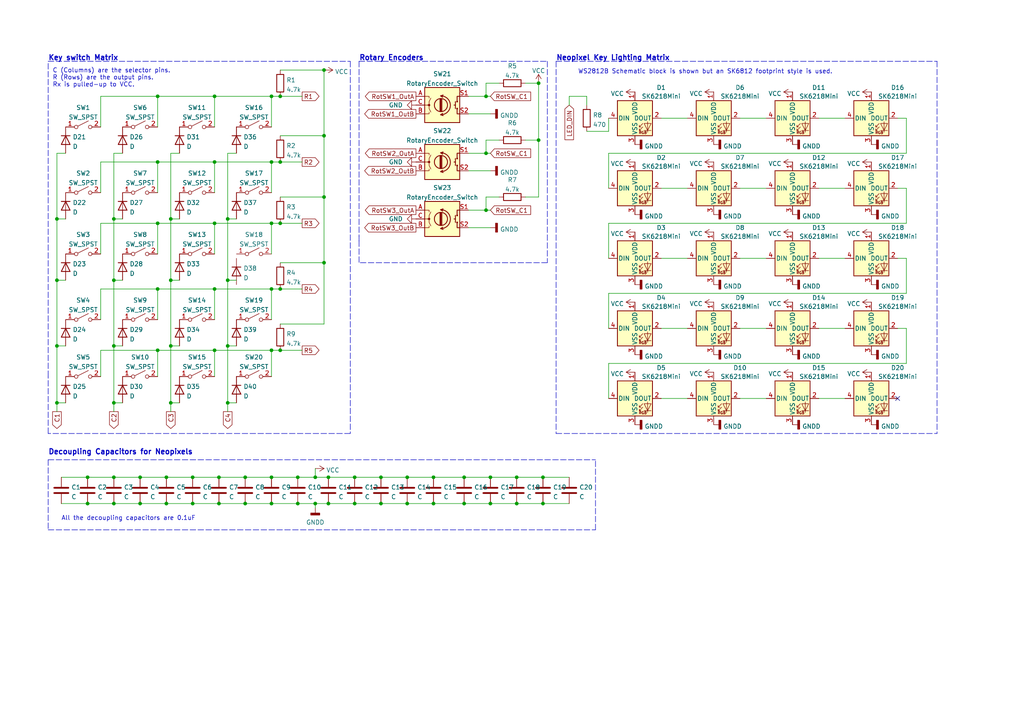
<source format=kicad_sch>
(kicad_sch (version 20211123) (generator eeschema)
  (paper "A4")
  (title_block (title "Halo-Halo Numpad") (date "2022-01-30") (rev "1") (comment 1 "Designed by Joseph") (comment 2 "Black PCB") (comment 3 "3x1 Rotary Encoder Switch Matrix") (comment 4 "4x5 MX Switch Matrix") (comment 5 "Microcontroller Headers") (comment 6 "OLED Screen Connector"))
  (junction (at 45.72 64.77))
  (junction (at 16.51 81.28))
  (junction (at 78.74 146.05))
  (junction (at 71.12 146.05))
  (junction (at 66.04 116.84))
  (junction (at 102.87 138.43))
  (junction (at 91.44 138.43))
  (junction (at 93.98 39.37))
  (junction (at 33.02 81.28))
  (junction (at 78.74 138.43))
  (junction (at 156.21 40.64))
  (junction (at 25.4 138.43))
  (junction (at 66.04 81.28))
  (junction (at 156.21 24.13))
  (junction (at 78.74 83.82))
  (junction (at 93.98 20.32))
  (junction (at 16.51 63.5))
  (junction (at 78.74 101.6))
  (junction (at 78.74 27.94))
  (junction (at 49.53 63.5))
  (junction (at 78.74 46.99))
  (junction (at 81.28 64.77))
  (junction (at 63.5 146.05))
  (junction (at 40.64 146.05))
  (junction (at 16.51 116.84))
  (junction (at 140.97 60.96))
  (junction (at 110.49 146.05))
  (junction (at 118.11 138.43))
  (junction (at 149.86 138.43))
  (junction (at 55.88 138.43))
  (junction (at 142.24 138.43))
  (junction (at 33.02 116.84))
  (junction (at 95.25 146.05))
  (junction (at 62.23 83.82))
  (junction (at 81.28 83.82))
  (junction (at 157.48 138.43))
  (junction (at 55.88 146.05))
  (junction (at 33.02 146.05))
  (junction (at 102.87 146.05))
  (junction (at 118.11 146.05))
  (junction (at 86.36 146.05))
  (junction (at 62.23 46.99))
  (junction (at 45.72 27.94))
  (junction (at 93.98 57.15))
  (junction (at 62.23 64.77))
  (junction (at 157.48 146.05))
  (junction (at 140.97 27.94))
  (junction (at 78.74 64.77))
  (junction (at 134.62 146.05))
  (junction (at 45.72 101.6))
  (junction (at 25.4 146.05))
  (junction (at 81.28 27.94))
  (junction (at 81.28 46.99))
  (junction (at 110.49 138.43))
  (junction (at 142.24 146.05))
  (junction (at 49.53 81.28))
  (junction (at 33.02 100.33))
  (junction (at 125.73 146.05))
  (junction (at 40.64 138.43))
  (junction (at 45.72 83.82))
  (junction (at 71.12 138.43))
  (junction (at 93.98 76.2))
  (junction (at 62.23 27.94))
  (junction (at 48.26 138.43))
  (junction (at 49.53 100.33))
  (junction (at 134.62 138.43))
  (junction (at 81.28 101.6))
  (junction (at 62.23 101.6))
  (junction (at 33.02 63.5))
  (junction (at 86.36 138.43))
  (junction (at 16.51 100.33))
  (junction (at 66.04 100.33))
  (junction (at 149.86 146.05))
  (junction (at 140.97 44.45))
  (junction (at 63.5 138.43))
  (junction (at 91.44 146.05))
  (junction (at 125.73 138.43))
  (junction (at 95.25 138.43))
  (junction (at 33.02 138.43))
  (junction (at 66.04 63.5))
  (junction (at 49.53 116.84))
  (junction (at 45.72 46.99))
  (junction (at 48.26 146.05))
  (no_connect (at 260.35 115.57))
  (wire (pts (xy 110.49 146.05) (xy 118.11 146.05)))
  (polyline (pts (xy 13.97 133.35) (xy 172.72 133.35)))
  (wire (pts (xy 78.74 46.99) (xy 78.74 55.88)))
  (wire (pts (xy 157.48 138.43) (xy 165.1 138.43)))
  (wire (pts (xy 29.21 92.71) (xy 29.21 83.82)))
  (wire (pts (xy 140.97 44.45) (xy 142.24 44.45)))
  (wire (pts (xy 140.97 40.64) (xy 140.97 44.45)))
  (wire (pts (xy 33.02 44.45) (xy 33.02 63.5)))
  (wire (pts (xy 165.1 30.48) (xy 165.1 27.94)))
  (wire (pts (xy 191.77 74.93) (xy 199.39 74.93)))
  (wire (pts (xy 45.72 46.99) (xy 45.72 55.88)))
  (wire (pts (xy 78.74 27.94) (xy 81.28 27.94)))
  (wire (pts (xy 33.02 81.28) (xy 35.56 81.28)))
  (wire (pts (xy 140.97 57.15) (xy 140.97 60.96)))
  (wire (pts (xy 16.51 116.84) (xy 16.51 119.38)))
  (polyline (pts (xy 101.6 17.78) (xy 101.6 125.73)))
  (wire (pts (xy 49.53 100.33) (xy 49.53 116.84)))
  (wire (pts (xy 81.28 76.2) (xy 93.98 76.2)))
  (wire (pts (xy 17.78 138.43) (xy 25.4 138.43)))
  (polyline (pts (xy 104.14 17.78) (xy 158.75 17.78)))
  (wire (pts (xy 93.98 93.98) (xy 81.28 93.98)))
  (wire (pts (xy 49.53 63.5) (xy 52.07 63.5)))
  (wire (pts (xy 29.21 46.99) (xy 45.72 46.99)))
  (wire (pts (xy 91.44 138.43) (xy 95.25 138.43)))
  (wire (pts (xy 125.73 146.05) (xy 134.62 146.05)))
  (wire (pts (xy 102.87 138.43) (xy 110.49 138.43)))
  (wire (pts (xy 78.74 83.82) (xy 78.74 92.71)))
  (wire (pts (xy 29.21 109.22) (xy 29.21 101.6)))
  (wire (pts (xy 86.36 146.05) (xy 91.44 146.05)))
  (wire (pts (xy 176.53 105.41) (xy 176.53 115.57)))
  (wire (pts (xy 33.02 116.84) (xy 33.02 119.38)))
  (wire (pts (xy 152.4 24.13) (xy 156.21 24.13)))
  (wire (pts (xy 81.28 64.77) (xy 87.63 64.77)))
  (wire (pts (xy 62.23 46.99) (xy 62.23 55.88)))
  (wire (pts (xy 49.53 100.33) (xy 52.07 100.33)))
  (wire (pts (xy 93.98 20.32) (xy 93.98 39.37)))
  (wire (pts (xy 157.48 146.05) (xy 165.1 146.05)))
  (wire (pts (xy 237.49 74.93) (xy 245.11 74.93)))
  (wire (pts (xy 66.04 63.5) (xy 66.04 81.28)))
  (wire (pts (xy 62.23 101.6) (xy 78.74 101.6)))
  (wire (pts (xy 16.51 44.45) (xy 19.05 44.45)))
  (wire (pts (xy 49.53 44.45) (xy 52.07 44.45)))
  (wire (pts (xy 66.04 44.45) (xy 68.58 44.45)))
  (wire (pts (xy 110.49 138.43) (xy 118.11 138.43)))
  (wire (pts (xy 134.62 146.05) (xy 142.24 146.05)))
  (wire (pts (xy 66.04 44.45) (xy 66.04 63.5)))
  (wire (pts (xy 135.89 60.96) (xy 140.97 60.96)))
  (wire (pts (xy 45.72 101.6) (xy 45.72 109.22)))
  (wire (pts (xy 49.53 44.45) (xy 49.53 63.5)))
  (wire (pts (xy 62.23 46.99) (xy 78.74 46.99)))
  (polyline (pts (xy 161.29 125.73) (xy 271.78 125.73)))
  (polyline (pts (xy 104.14 68.58) (xy 104.14 69.85)))
  (wire (pts (xy 176.53 64.77) (xy 176.53 74.93)))
  (wire (pts (xy 214.63 115.57) (xy 222.25 115.57)))
  (wire (pts (xy 125.73 138.43) (xy 134.62 138.43)))
  (wire (pts (xy 66.04 63.5) (xy 68.58 63.5)))
  (wire (pts (xy 140.97 27.94) (xy 142.24 27.94)))
  (wire (pts (xy 142.24 146.05) (xy 149.86 146.05)))
  (polyline (pts (xy 13.97 125.73) (xy 13.97 109.22)))
  (wire (pts (xy 214.63 74.93) (xy 222.25 74.93)))
  (wire (pts (xy 262.89 54.61) (xy 262.89 64.77)))
  (wire (pts (xy 48.26 138.43) (xy 55.88 138.43)))
  (wire (pts (xy 49.53 81.28) (xy 52.07 81.28)))
  (polyline (pts (xy 172.72 153.67) (xy 172.72 133.35)))
  (wire (pts (xy 81.28 83.82) (xy 87.63 83.82)))
  (wire (pts (xy 135.89 27.94) (xy 140.97 27.94)))
  (wire (pts (xy 33.02 146.05) (xy 40.64 146.05)))
  (wire (pts (xy 16.51 81.28) (xy 19.05 81.28)))
  (polyline (pts (xy 13.97 17.78) (xy 101.6 17.78)))
  (wire (pts (xy 135.89 49.53) (xy 142.24 49.53)))
  (polyline (pts (xy 101.6 125.73) (xy 13.97 125.73)))
  (wire (pts (xy 62.23 101.6) (xy 62.23 109.22)))
  (wire (pts (xy 78.74 101.6) (xy 81.28 101.6)))
  (wire (pts (xy 55.88 138.43) (xy 63.5 138.43)))
  (wire (pts (xy 156.21 24.13) (xy 156.21 40.64)))
  (wire (pts (xy 135.89 33.02) (xy 142.24 33.02)))
  (polyline (pts (xy 13.97 153.67) (xy 172.72 153.67)))
  (wire (pts (xy 156.21 40.64) (xy 156.21 57.15)))
  (wire (pts (xy 29.21 55.88) (xy 29.21 46.99)))
  (wire (pts (xy 33.02 100.33) (xy 35.56 100.33)))
  (wire (pts (xy 40.64 146.05) (xy 48.26 146.05)))
  (wire (pts (xy 81.28 27.94) (xy 87.63 27.94)))
  (wire (pts (xy 62.23 64.77) (xy 62.23 73.66)))
  (wire (pts (xy 170.18 27.94) (xy 170.18 30.48)))
  (wire (pts (xy 91.44 146.05) (xy 91.44 147.32)))
  (wire (pts (xy 25.4 138.43) (xy 33.02 138.43)))
  (wire (pts (xy 95.25 138.43) (xy 102.87 138.43)))
  (wire (pts (xy 45.72 83.82) (xy 62.23 83.82)))
  (polyline (pts (xy 158.75 76.2) (xy 104.14 76.2)))
  (wire (pts (xy 237.49 115.57) (xy 245.11 115.57)))
  (wire (pts (xy 49.53 63.5) (xy 49.53 81.28)))
  (wire (pts (xy 262.89 105.41) (xy 176.53 105.41)))
  (wire (pts (xy 29.21 73.66) (xy 29.21 64.77)))
  (wire (pts (xy 86.36 138.43) (xy 91.44 138.43)))
  (wire (pts (xy 191.77 34.29) (xy 199.39 34.29)))
  (polyline (pts (xy 13.97 109.22) (xy 13.97 17.78)))
  (wire (pts (xy 78.74 27.94) (xy 78.74 36.83)))
  (polyline (pts (xy 158.75 17.78) (xy 158.75 76.2)))
  (wire (pts (xy 142.24 138.43) (xy 149.86 138.43)))
  (wire (pts (xy 78.74 46.99) (xy 81.28 46.99)))
  (wire (pts (xy 140.97 60.96) (xy 142.24 60.96)))
  (wire (pts (xy 78.74 146.05) (xy 86.36 146.05)))
  (wire (pts (xy 49.53 116.84) (xy 52.07 116.84)))
  (wire (pts (xy 260.35 95.25) (xy 262.89 95.25)))
  (wire (pts (xy 78.74 138.43) (xy 86.36 138.43)))
  (wire (pts (xy 91.44 135.89) (xy 91.44 138.43)))
  (wire (pts (xy 156.21 57.15) (xy 152.4 57.15)))
  (wire (pts (xy 260.35 74.93) (xy 262.89 74.93)))
  (wire (pts (xy 93.98 76.2) (xy 93.98 93.98)))
  (wire (pts (xy 66.04 116.84) (xy 68.58 116.84)))
  (polyline (pts (xy 161.29 17.78) (xy 271.78 17.78)))
  (wire (pts (xy 144.78 57.15) (xy 140.97 57.15)))
  (polyline (pts (xy 13.97 133.35) (xy 13.97 153.67)))
  (wire (pts (xy 262.89 44.45) (xy 176.53 44.45)))
  (wire (pts (xy 140.97 24.13) (xy 140.97 27.94)))
  (wire (pts (xy 191.77 115.57) (xy 199.39 115.57)))
  (wire (pts (xy 45.72 27.94) (xy 45.72 36.83)))
  (wire (pts (xy 81.28 39.37) (xy 93.98 39.37)))
  (wire (pts (xy 66.04 100.33) (xy 66.04 116.84)))
  (wire (pts (xy 134.62 138.43) (xy 142.24 138.43)))
  (wire (pts (xy 260.35 34.29) (xy 262.89 34.29)))
  (wire (pts (xy 95.25 146.05) (xy 102.87 146.05)))
  (wire (pts (xy 71.12 146.05) (xy 78.74 146.05)))
  (wire (pts (xy 16.51 63.5) (xy 19.05 63.5)))
  (wire (pts (xy 214.63 95.25) (xy 222.25 95.25)))
  (wire (pts (xy 29.21 36.83) (xy 29.21 27.94)))
  (wire (pts (xy 40.64 138.43) (xy 48.26 138.43)))
  (polyline (pts (xy 104.14 69.85) (xy 104.14 76.2)))
  (wire (pts (xy 66.04 81.28) (xy 68.58 81.28)))
  (wire (pts (xy 33.02 44.45) (xy 35.56 44.45)))
  (wire (pts (xy 91.44 146.05) (xy 95.25 146.05)))
  (wire (pts (xy 149.86 138.43) (xy 157.48 138.43)))
  (wire (pts (xy 78.74 83.82) (xy 81.28 83.82)))
  (polyline (pts (xy 271.78 17.78) (xy 271.78 125.73)))
  (wire (pts (xy 45.72 64.77) (xy 45.72 73.66)))
  (wire (pts (xy 135.89 66.04) (xy 142.24 66.04)))
  (wire (pts (xy 66.04 81.28) (xy 66.04 100.33)))
  (wire (pts (xy 33.02 63.5) (xy 35.56 63.5)))
  (wire (pts (xy 262.89 95.25) (xy 262.89 105.41)))
  (wire (pts (xy 25.4 146.05) (xy 33.02 146.05)))
  (wire (pts (xy 191.77 95.25) (xy 199.39 95.25)))
  (wire (pts (xy 63.5 138.43) (xy 71.12 138.43)))
  (wire (pts (xy 81.28 46.99) (xy 87.63 46.99)))
  (wire (pts (xy 33.02 81.28) (xy 33.02 100.33)))
  (wire (pts (xy 33.02 138.43) (xy 40.64 138.43)))
  (wire (pts (xy 62.23 27.94) (xy 62.23 36.83)))
  (polyline (pts (xy 161.29 17.78) (xy 161.29 125.73)))
  (wire (pts (xy 45.72 83.82) (xy 45.72 92.71)))
  (wire (pts (xy 156.21 40.64) (xy 152.4 40.64)))
  (wire (pts (xy 62.23 27.94) (xy 78.74 27.94)))
  (wire (pts (xy 214.63 54.61) (xy 222.25 54.61)))
  (wire (pts (xy 66.04 116.84) (xy 66.04 119.38)))
  (wire (pts (xy 170.18 38.1) (xy 176.53 38.1)))
  (polyline (pts (xy 104.14 17.78) (xy 104.14 68.58)))
  (wire (pts (xy 29.21 83.82) (xy 45.72 83.82)))
  (wire (pts (xy 16.51 63.5) (xy 16.51 81.28)))
  (wire (pts (xy 29.21 27.94) (xy 45.72 27.94)))
  (wire (pts (xy 191.77 54.61) (xy 199.39 54.61)))
  (wire (pts (xy 81.28 101.6) (xy 87.63 101.6)))
  (wire (pts (xy 45.72 46.99) (xy 62.23 46.99)))
  (wire (pts (xy 260.35 54.61) (xy 262.89 54.61)))
  (wire (pts (xy 78.74 64.77) (xy 81.28 64.77)))
  (wire (pts (xy 102.87 146.05) (xy 110.49 146.05)))
  (wire (pts (xy 176.53 44.45) (xy 176.53 54.61)))
  (wire (pts (xy 149.86 146.05) (xy 157.48 146.05)))
  (wire (pts (xy 78.74 101.6) (xy 78.74 109.22)))
  (wire (pts (xy 262.89 34.29) (xy 262.89 44.45)))
  (wire (pts (xy 16.51 100.33) (xy 19.05 100.33)))
  (wire (pts (xy 66.04 100.33) (xy 68.58 100.33)))
  (wire (pts (xy 262.89 64.77) (xy 176.53 64.77)))
  (wire (pts (xy 262.89 74.93) (xy 262.89 85.09)))
  (wire (pts (xy 144.78 24.13) (xy 140.97 24.13)))
  (wire (pts (xy 17.78 146.05) (xy 25.4 146.05)))
  (wire (pts (xy 62.23 83.82) (xy 62.23 92.71)))
  (wire (pts (xy 16.51 44.45) (xy 16.51 63.5)))
  (wire (pts (xy 237.49 34.29) (xy 245.11 34.29)))
  (wire (pts (xy 29.21 101.6) (xy 45.72 101.6)))
  (wire (pts (xy 33.02 63.5) (xy 33.02 81.28)))
  (wire (pts (xy 55.88 146.05) (xy 63.5 146.05)))
  (wire (pts (xy 262.89 85.09) (xy 176.53 85.09)))
  (wire (pts (xy 93.98 57.15) (xy 93.98 76.2)))
  (wire (pts (xy 49.53 116.84) (xy 49.53 119.38)))
  (wire (pts (xy 176.53 85.09) (xy 176.53 95.25)))
  (wire (pts (xy 237.49 95.25) (xy 245.11 95.25)))
  (wire (pts (xy 237.49 54.61) (xy 245.11 54.61)))
  (wire (pts (xy 33.02 116.84) (xy 35.56 116.84)))
  (wire (pts (xy 16.51 81.28) (xy 16.51 100.33)))
  (wire (pts (xy 78.74 64.77) (xy 78.74 73.66)))
  (wire (pts (xy 45.72 27.94) (xy 62.23 27.94)))
  (wire (pts (xy 93.98 39.37) (xy 93.98 57.15)))
  (wire (pts (xy 63.5 146.05) (xy 71.12 146.05)))
  (wire (pts (xy 214.63 34.29) (xy 222.25 34.29)))
  (wire (pts (xy 45.72 64.77) (xy 62.23 64.77)))
  (wire (pts (xy 62.23 83.82) (xy 78.74 83.82)))
  (wire (pts (xy 16.51 116.84) (xy 19.05 116.84)))
  (wire (pts (xy 135.89 44.45) (xy 140.97 44.45)))
  (wire (pts (xy 62.23 64.77) (xy 78.74 64.77)))
  (wire (pts (xy 16.51 100.33) (xy 16.51 116.84)))
  (wire (pts (xy 81.28 57.15) (xy 93.98 57.15)))
  (wire (pts (xy 165.1 27.94) (xy 170.18 27.94)))
  (wire (pts (xy 33.02 100.33) (xy 33.02 116.84)))
  (wire (pts (xy 49.53 81.28) (xy 49.53 100.33)))
  (wire (pts (xy 176.53 38.1) (xy 176.53 34.29)))
  (wire (pts (xy 144.78 40.64) (xy 140.97 40.64)))
  (wire (pts (xy 81.28 20.32) (xy 93.98 20.32)))
  (wire (pts (xy 71.12 138.43) (xy 78.74 138.43)))
  (wire (pts (xy 29.21 64.77) (xy 45.72 64.77)))
  (wire (pts (xy 48.26 146.05) (xy 55.88 146.05)))
  (wire (pts (xy 45.72 101.6) (xy 62.23 101.6)))
  (wire (pts (xy 118.11 138.43) (xy 125.73 138.43)))
  (wire (pts (xy 118.11 146.05) (xy 125.73 146.05)))
  (text "Key switch Matrix" (at 13.97 17.78 0) (effects (font (size 1.5 1.5) (thickness 0.3) bold) (justify left bottom)))
  (text "Rotary Encoders" (at 104.14 17.78 0) (effects (font (size 1.5 1.5) bold) (justify left bottom)))
  (text "WS2812B Schematic block is shown but an SK6812 footprint style is used." (at 167.64 21.59 0) (effects (font (size 1.27 1.27)) (justify left bottom)))
  (text "C (Columns) are the selector pins. \nR (Rows) are the output pins. \nRx is pulled-up to VCC." (at 15.24 25.4 0) (effects (font (size 1.27 1.27)) (justify left bottom)))
  (text "Neopixel Key Lighting Matrix" (at 161.29 17.78 0) (effects (font (size 1.5 1.5) bold) (justify left bottom)))
  (text "All the decoupling capacitors are 0.1uF" (at 17.78 151.13 0) (effects (font (size 1.27 1.27)) (justify left bottom)))
  (text "Decoupling Capacitors for Neopixels" (at 13.97 132.08 0) (effects (font (size 1.5 1.5) bold) (justify left bottom)))
  (global_label "R5" (shape output) (at 87.63 101.6 0) (property "Intersheet References" "${INTERSHEET_REFS}" (effects hide)))
  (global_label "RotSW2_OutA" (shape output) (at 120.65 44.45 180) (property "Intersheet References" "${INTERSHEET_REFS}" (effects hide)))
  (global_label "RotSW3_OutA" (shape output) (at 120.65 60.96 180) (property "Intersheet References" "${INTERSHEET_REFS}" (effects hide)))
  (global_label "C4" (shape output) (at 66.04 119.38 270) (property "Intersheet References" "${INTERSHEET_REFS}" (effects hide)))
  (global_label "LED_DIN" (shape input) (at 165.1 30.48 270) (property "Intersheet References" "${INTERSHEET_REFS}" (effects hide)))
  (global_label "RotSW_C1" (shape input) (at 142.24 27.94 0) (property "Intersheet References" "${INTERSHEET_REFS}" (effects hide)))
  (global_label "C3" (shape output) (at 49.53 119.38 270) (property "Intersheet References" "${INTERSHEET_REFS}" (effects hide)))
  (global_label "RotSW1_OutB" (shape output) (at 120.65 33.02 180) (property "Intersheet References" "${INTERSHEET_REFS}" (effects hide)))
  (global_label "R3" (shape output) (at 87.63 64.77 0) (property "Intersheet References" "${INTERSHEET_REFS}" (effects hide)))
  (global_label "RotSW1_OutA" (shape output) (at 120.65 27.94 180) (property "Intersheet References" "${INTERSHEET_REFS}" (effects hide)))
  (global_label "C1" (shape output) (at 16.51 119.38 270) (property "Intersheet References" "${INTERSHEET_REFS}" (effects hide)))
  (global_label "R4" (shape output) (at 87.63 83.82 0) (property "Intersheet References" "${INTERSHEET_REFS}" (effects hide)))
  (global_label "RotSW3_OutB" (shape output) (at 120.65 66.04 180) (property "Intersheet References" "${INTERSHEET_REFS}" (effects hide)))
  (global_label "R1" (shape output) (at 87.63 27.94 0) (property "Intersheet References" "${INTERSHEET_REFS}" (effects hide)))
  (global_label "RotSW2_OutB" (shape output) (at 120.65 49.53 180) (property "Intersheet References" "${INTERSHEET_REFS}" (effects hide)))
  (global_label "RotSW_C1" (shape input) (at 142.24 60.96 0) (property "Intersheet References" "${INTERSHEET_REFS}" (effects hide)))
  (global_label "C2" (shape output) (at 33.02 119.38 270) (property "Intersheet References" "${INTERSHEET_REFS}" (effects hide)))
  (global_label "R2" (shape output) (at 87.63 46.99 0) (property "Intersheet References" "${INTERSHEET_REFS}" (effects hide)))
  (global_label "RotSW_C1" (shape input) (at 142.24 44.45 0) (property "Intersheet References" "${INTERSHEET_REFS}" (effects hide)))
  (symbol (lib_id "power:GNDD") (at 252.73 123.19 90) (unit 1)
    (property "Reference" "#PWR?" (effects hide))
    (property "Value" "GNDD" (at 255.524 123.669 90) (effects (justify right)))
  )
  (symbol (lib_id "LED:WS2812B") (at 184.15 115.57 0) (unit 1)
    (property "Reference" "D5" (at 191.77 106.68 0))
    (property "Value" "SK6218Mini" (at 191.77 109.22 0))
    (property "Footprint" "Neopixels:SK6812Mini" (effects hide))
    (property "Datasheet" "https://cdn-shop.adafruit.com/datasheets/WS2812B.pdf" (effects hide))
  )
  (symbol (lib_id "power:GND") (at 120.65 63.5 270) (unit 1)
    (property "Reference" "#PWR03" (effects hide))
    (property "Value" "GND" (at 116.84 63.5 90) (effects (justify right)))
  )
  (symbol (lib_id "Device:C") (at 78.74 142.24 0) (unit 1)
    (property "Reference" "C9" (at 81.661 141.3315 0) (effects (justify left)))
    (property "Value" "C" (at 81.661 144.1066 0) (effects (justify left)))
    (property "Footprint" "Capacitor_SMD:C_0805_2012Metric_Pad1.18x1.45mm_HandSolder" (effects hide))
  )
  (symbol (lib_id "Device:C") (at 149.86 142.24 0) (unit 1)
    (property "Reference" "C18" (at 152.781 141.3315 0) (effects (justify left)))
    (property "Value" "C" (at 152.781 144.1066 0) (effects (justify left)))
    (property "Footprint" "Capacitor_SMD:C_0805_2012Metric_Pad1.18x1.45mm_HandSolder" (effects hide))
  )
  (symbol (lib_id "Switch:SW_SPST") (at 73.66 73.66 0) (unit 1)
    (property "Reference" "SW18" (at 73.66 68.0425 0))
    (property "Value" "SW_SPST" (at 73.66 70.8176 0))
    (property "Footprint" "MX_Keyswitch_KailhHotSwap:SW_Cherry_MX_1.00u_PCB" (effects hide))
  )
  (symbol (lib_id "Device:D") (at 19.05 113.03 270) (unit 1)
    (property "Reference" "D25" (at 21.082 112.1215 90) (effects (justify left)))
    (property "Value" "D" (at 21.082 114.8966 90) (effects (justify left)))
    (property "Footprint" "Diode_SMD:D_SOD-123F" (effects hide))
    (property "LCSC Part Number" "C64898" (effects hide))
    (property "Manufacturer" "MDD" (effects hide))
    (property "MFR. Part Number" "SM4007PL" (effects hide))
  )
  (symbol (lib_id "Device:C") (at 25.4 142.24 0) (unit 1)
    (property "Reference" "C2" (at 28.321 141.3315 0) (effects (justify left)))
    (property "Value" "C" (at 28.321 144.1066 0) (effects (justify left)))
    (property "Footprint" "Capacitor_SMD:C_0805_2012Metric_Pad1.18x1.45mm_HandSolder" (effects hide))
  )
  (symbol (lib_id "Device:C") (at 63.5 142.24 0) (unit 1)
    (property "Reference" "C7" (at 66.421 141.3315 0) (effects (justify left)))
    (property "Value" "C" (at 66.421 144.1066 0) (effects (justify left)))
    (property "Footprint" "Capacitor_SMD:C_0805_2012Metric_Pad1.18x1.45mm_HandSolder" (effects hide))
  )
  (symbol (lib_id "Device:D") (at 68.58 59.69 270) (unit 1)
    (property "Reference" "D37" (at 70.612 58.7815 90) (effects (justify left)))
    (property "Value" "D" (at 70.612 61.5566 90) (effects (justify left)))
    (property "Footprint" "Diode_SMD:D_SOD-123F" (effects hide))
    (property "LCSC Part Number" "C64898" (effects hide))
    (property "Manufacturer" "MDD" (effects hide))
    (property "MFR. Part Number" "SM4007PL" (effects hide))
  )
  (symbol (lib_id "Device:C") (at 55.88 142.24 0) (unit 1)
    (property "Reference" "C6" (at 58.801 141.3315 0) (effects (justify left)))
    (property "Value" "C" (at 58.801 144.1066 0) (effects (justify left)))
    (property "Footprint" "Capacitor_SMD:C_0805_2012Metric_Pad1.18x1.45mm_HandSolder" (effects hide))
  )
  (symbol (lib_id "LED:WS2812B") (at 229.87 95.25 0) (unit 1)
    (property "Reference" "D14" (at 237.49 86.36 0))
    (property "Value" "SK6218Mini" (at 237.49 88.9 0))
    (property "Footprint" "Neopixels:SK6812Mini" (effects hide))
    (property "Datasheet" "https://cdn-shop.adafruit.com/datasheets/WS2812B.pdf" (effects hide))
  )
  (symbol (lib_id "LED:WS2812B") (at 207.01 34.29 0) (unit 1)
    (property "Reference" "D6" (at 214.63 25.4 0))
    (property "Value" "SK6218Mini" (at 214.63 27.94 0))
    (property "Footprint" "Neopixels:SK6812Mini" (effects hide))
    (property "Datasheet" "https://cdn-shop.adafruit.com/datasheets/WS2812B.pdf" (effects hide))
  )
  (symbol (lib_id "Device:D") (at 68.58 78.74 270) (unit 1)
    (property "Reference" "D38" (at 70.612 77.8315 90) (effects (justify left)))
    (property "Value" "D" (at 70.612 80.6066 90) (effects (justify left)))
    (property "Footprint" "Diode_SMD:D_SOD-123F" (effects hide))
    (property "LCSC Part Number" "C64898" (effects hide))
    (property "Manufacturer" "MDD" (effects hide))
    (property "MFR. Part Number" "SM4007PL" (effects hide))
  )
  (symbol (lib_id "Device:C") (at 125.73 142.24 0) (unit 1)
    (property "Reference" "C15" (at 128.651 141.3315 0) (effects (justify left)))
    (property "Value" "C" (at 128.651 144.1066 0) (effects (justify left)))
    (property "Footprint" "Capacitor_SMD:C_0805_2012Metric_Pad1.18x1.45mm_HandSolder" (effects hide))
  )
  (symbol (lib_id "LED:WS2812B") (at 229.87 74.93 0) (unit 1)
    (property "Reference" "D13" (at 237.49 66.04 0))
    (property "Value" "SK6218Mini" (at 237.49 68.58 0))
    (property "Footprint" "Neopixels:SK6812Mini" (effects hide))
    (property "Datasheet" "https://cdn-shop.adafruit.com/datasheets/WS2812B.pdf" (effects hide))
  )
  (symbol (lib_id "Switch:SW_SPST") (at 73.66 92.71 0) (unit 1)
    (property "Reference" "SW19" (at 73.66 87.0925 0))
    (property "Value" "SW_SPST" (at 73.66 89.8676 0))
    (property "Footprint" "MX_Keyswitch_KailhHotSwap:SW_Cherry_MX_1.00u_PCB" (effects hide))
  )
  (symbol (lib_id "power:GNDD") (at 207.01 82.55 90) (unit 1)
    (property "Reference" "#PWR?" (effects hide))
    (property "Value" "GNDD" (at 209.804 83.029 90) (effects (justify right)))
  )
  (symbol (lib_id "power:GNDD") (at 252.73 41.91 90) (unit 1)
    (property "Reference" "#PWR?" (effects hide))
    (property "Value" "GNDD" (at 255.524 42.389 90) (effects (justify right)))
  )
  (symbol (lib_id "power:GNDD") (at 184.15 102.87 90) (unit 1)
    (property "Reference" "#PWR?" (effects hide))
    (property "Value" "GNDD" (at 186.944 103.349 90) (effects (justify right)))
  )
  (symbol (lib_id "LED:WS2812B") (at 252.73 54.61 0) (unit 1)
    (property "Reference" "D17" (at 260.35 45.72 0))
    (property "Value" "SK6218Mini" (at 260.35 48.26 0))
    (property "Footprint" "Neopixels:SK6812Mini" (effects hide))
    (property "Datasheet" "https://cdn-shop.adafruit.com/datasheets/WS2812B.pdf" (effects hide))
  )
  (symbol (lib_id "Device:C") (at 165.1 142.24 0) (unit 1)
    (property "Reference" "C20" (at 168.021 141.3315 0) (effects (justify left)))
    (property "Value" "C" (at 168.021 144.1066 0) (effects (justify left)))
    (property "Footprint" "Capacitor_SMD:C_0805_2012Metric_Pad1.18x1.45mm_HandSolder" (effects hide))
  )
  (symbol (lib_id "Device:C") (at 102.87 142.24 0) (unit 1)
    (property "Reference" "C12" (at 105.791 141.3315 0) (effects (justify left)))
    (property "Value" "C" (at 105.791 144.1066 0) (effects (justify left)))
    (property "Footprint" "Capacitor_SMD:C_0805_2012Metric_Pad1.18x1.45mm_HandSolder" (effects hide))
  )
  (symbol (lib_id "Switch:SW_SPST") (at 40.64 92.71 0) (unit 1)
    (property "Reference" "SW9" (at 40.64 87.0925 0))
    (property "Value" "SW_SPST" (at 40.64 89.8676 0))
    (property "Footprint" "MX_Keyswitch_KailhHotSwap:SW_Cherry_MX_1.00u_PCB" (effects hide))
  )
  (symbol (lib_id "Switch:SW_SPST") (at 73.66 36.83 0) (unit 1)
    (property "Reference" "SW16" (at 73.66 31.2125 0))
    (property "Value" "SW_SPST" (at 73.66 33.9876 0))
    (property "Footprint" "MX_Keyswitch_KailhHotSwap:SW_Cherry_MX_1.00u_PCB" (effects hide))
  )
  (symbol (lib_id "Switch:SW_SPST") (at 24.13 55.88 0) (unit 1)
    (property "Reference" "SW2" (at 24.13 50.2625 0))
    (property "Value" "SW_SPST" (at 24.13 53.0376 0))
    (property "Footprint" "MX_Keyswitch_KailhHotSwap:SW_Cherry_MX_1.00u_PCB" (effects hide))
  )
  (symbol (lib_id "Switch:SW_SPST") (at 40.64 109.22 0) (unit 1)
    (property "Reference" "SW10" (at 40.64 103.6025 0))
    (property "Value" "SW_SPST" (at 40.64 106.3776 0))
    (property "Footprint" "MX_Keyswitch_KailhHotSwap:SW_Cherry_MX_1.00u_PCB" (effects hide))
  )
  (symbol (lib_id "power:VCC") (at 229.87 67.31 90) (unit 1)
    (property "Reference" "#PWR?" (effects hide))
    (property "Value" "VCC" (at 226.695 67.789 90) (effects (justify left)))
  )
  (symbol (lib_id "LED:WS2812B") (at 252.73 74.93 0) (unit 1)
    (property "Reference" "D18" (at 260.35 66.04 0))
    (property "Value" "SK6218Mini" (at 260.35 68.58 0))
    (property "Footprint" "Neopixels:SK6812Mini" (effects hide))
    (property "Datasheet" "https://cdn-shop.adafruit.com/datasheets/WS2812B.pdf" (effects hide))
  )
  (symbol (lib_id "Device:C") (at 33.02 142.24 0) (unit 1)
    (property "Reference" "C3" (at 35.941 141.3315 0) (effects (justify left)))
    (property "Value" "C" (at 35.941 144.1066 0) (effects (justify left)))
    (property "Footprint" "Capacitor_SMD:C_0805_2012Metric_Pad1.18x1.45mm_HandSolder" (effects hide))
  )
  (symbol (lib_id "LED:WS2812B") (at 207.01 74.93 0) (unit 1)
    (property "Reference" "D8" (at 214.63 66.04 0))
    (property "Value" "SK6218Mini" (at 214.63 68.58 0))
    (property "Footprint" "Neopixels:SK6812Mini" (effects hide))
    (property "Datasheet" "https://cdn-shop.adafruit.com/datasheets/WS2812B.pdf" (effects hide))
  )
  (symbol (lib_id "power:GNDD") (at 252.73 62.23 90) (unit 1)
    (property "Reference" "#PWR?" (effects hide))
    (property "Value" "GNDD" (at 255.524 62.709 90) (effects (justify right)))
  )
  (symbol (lib_id "LED:WS2812B") (at 252.73 95.25 0) (unit 1)
    (property "Reference" "D19" (at 260.35 86.36 0))
    (property "Value" "SK6218Mini" (at 260.35 88.9 0))
    (property "Footprint" "Neopixels:SK6812Mini" (effects hide))
    (property "Datasheet" "https://cdn-shop.adafruit.com/datasheets/WS2812B.pdf" (effects hide))
  )
  (symbol (lib_id "Device:RotaryEncoder_Switch") (at 128.27 63.5 0) (unit 1)
    (property "Reference" "SW23" (at 128.27 54.4535 0))
    (property "Value" "RotaryEncoder_Switch" (at 128.27 57.2286 0))
    (property "Footprint" "Rotary_Encoder:RotaryEncoder_Alps_EC11E-Switch_Vertical_H20mm" (effects hide))
  )
  (symbol (lib_id "Switch:SW_SPST") (at 24.13 92.71 0) (unit 1)
    (property "Reference" "SW4" (at 24.13 87.0925 0))
    (property "Value" "SW_SPST" (at 24.13 89.8676 0))
    (property "Footprint" "MX_Keyswitch_KailhHotSwap:SW_Cherry_MX_1.00u_PCB" (effects hide))
  )
  (symbol (lib_id "Switch:SW_SPST") (at 24.13 73.66 0) (unit 1)
    (property "Reference" "SW3" (at 24.13 68.0425 0))
    (property "Value" "SW_SPST" (at 24.13 70.8176 0))
    (property "Footprint" "MX_Keyswitch_KailhHotSwap:SW_Cherry_MX_1.00u_PCB" (effects hide))
  )
  (symbol (lib_id "Device:D") (at 19.05 96.52 270) (unit 1)
    (property "Reference" "D24" (at 21.082 95.6115 90) (effects (justify left)))
    (property "Value" "D" (at 21.082 98.3866 90) (effects (justify left)))
    (property "Footprint" "Diode_SMD:D_SOD-123F" (effects hide))
    (property "LCSC Part Number" "C64898" (effects hide))
    (property "Manufacturer" "MDD" (effects hide))
    (property "MFR. Part Number" "SM4007PL" (effects hide))
  )
  (symbol (lib_id "Device:R") (at 148.59 57.15 90) (unit 1)
    (property "Reference" "R7" (at 148.59 52.1675 90))
    (property "Value" "4.7k" (at 148.59 54.9426 90))
    (property "Footprint" "Resistor_THT:R_Axial_DIN0204_L3.6mm_D1.6mm_P5.08mm_Horizontal" (effects hide))
  )
  (symbol (lib_id "power:GNDD") (at 142.24 33.02 90) (unit 1)
    (property "Reference" "#PWR?" (effects hide))
    (property "Value" "GNDD" (at 145.034 33.499 90) (effects (justify right)))
  )
  (symbol (lib_id "Switch:SW_SPST") (at 40.64 73.66 0) (unit 1)
    (property "Reference" "SW8" (at 40.64 68.0425 0))
    (property "Value" "SW_SPST" (at 40.64 70.8176 0))
    (property "Footprint" "MX_Keyswitch_KailhHotSwap:SW_Cherry_MX_1.00u_PCB" (effects hide))
  )
  (symbol (lib_id "Device:D") (at 52.07 77.47 270) (unit 1)
    (property "Reference" "D33" (at 54.102 76.5615 90) (effects (justify left)))
    (property "Value" "D" (at 54.102 79.3366 90) (effects (justify left)))
    (property "Footprint" "Diode_SMD:D_SOD-123F" (effects hide))
    (property "LCSC Part Number" "C64898" (effects hide))
    (property "Manufacturer" "MDD" (effects hide))
    (property "MFR. Part Number" "SM4007PL" (effects hide))
  )
  (symbol (lib_id "power:GNDD") (at 207.01 41.91 90) (unit 1)
    (property "Reference" "#PWR?" (effects hide))
    (property "Value" "GNDD" (at 209.804 42.389 90) (effects (justify right)))
  )
  (symbol (lib_id "LED:WS2812B") (at 184.15 34.29 0) (unit 1)
    (property "Reference" "D1" (at 191.77 25.4 0))
    (property "Value" "SK6218Mini" (at 191.77 27.94 0))
    (property "Footprint" "Neopixels:SK6812Mini" (effects hide))
    (property "Datasheet" "https://cdn-shop.adafruit.com/datasheets/WS2812B.pdf" (effects hide))
  )
  (symbol (lib_id "Switch:SW_SPST") (at 57.15 109.22 0) (unit 1)
    (property "Reference" "SW15" (at 57.15 103.6025 0))
    (property "Value" "SW_SPST" (at 57.15 106.3776 0))
    (property "Footprint" "MX_Keyswitch_KailhHotSwap:SW_Cherry_MX_1.00u_PCB" (effects hide))
  )
  (symbol (lib_id "Device:R") (at 148.59 40.64 90) (unit 1)
    (property "Reference" "R6" (at 148.59 35.6575 90))
    (property "Value" "4.7k" (at 148.59 38.4326 90))
    (property "Footprint" "Resistor_THT:R_Axial_DIN0204_L3.6mm_D1.6mm_P5.08mm_Horizontal" (effects hide))
  )
  (symbol (lib_id "Device:D") (at 19.05 77.47 270) (unit 1)
    (property "Reference" "D23" (at 21.082 76.5615 90) (effects (justify left)))
    (property "Value" "D" (at 21.082 79.3366 90) (effects (justify left)))
    (property "Footprint" "Diode_SMD:D_SOD-123F" (effects hide))
    (property "LCSC Part Number" "C64898" (effects hide))
    (property "Manufacturer" "MDD" (effects hide))
    (property "MFR. Part Number" "SM4007PL" (effects hide))
  )
  (symbol (lib_id "power:VCC") (at 93.98 20.32 270) (unit 1)
    (property "Reference" "#PWR07" (effects hide))
    (property "Value" "VCC" (at 97.155 20.799 90) (effects (justify left)))
  )
  (symbol (lib_id "power:GNDD") (at 142.24 49.53 90) (unit 1)
    (property "Reference" "#PWR?" (effects hide))
    (property "Value" "GNDD" (at 145.034 50.009 90) (effects (justify right)))
  )
  (symbol (lib_id "power:VCC") (at 252.73 46.99 90) (unit 1)
    (property "Reference" "#PWR?" (effects hide))
    (property "Value" "VCC" (at 249.555 47.469 90) (effects (justify left)))
  )
  (symbol (lib_id "power:VCC") (at 184.15 87.63 90) (unit 1)
    (property "Reference" "#PWR?" (effects hide))
    (property "Value" "VCC" (at 180.975 88.109 90) (effects (justify left)))
  )
  (symbol (lib_id "power:VCC") (at 184.15 26.67 90) (unit 1)
    (property "Reference" "#PWR09" (effects hide))
    (property "Value" "VCC" (at 180.975 27.149 90) (effects (justify left)))
  )
  (symbol (lib_id "Device:R") (at 81.28 43.18 0) (unit 1)
    (property "Reference" "R2" (at 83.058 42.2715 0) (effects (justify left)))
    (property "Value" "4.7k" (at 83.058 45.0466 0) (effects (justify left)))
    (property "Footprint" "Resistor_THT:R_Axial_DIN0204_L3.6mm_D1.6mm_P5.08mm_Horizontal" (effects hide))
  )
  (symbol (lib_id "Device:D") (at 68.58 40.64 270) (unit 1)
    (property "Reference" "D36" (at 70.612 39.7315 90) (effects (justify left)))
    (property "Value" "D" (at 70.612 42.5066 90) (effects (justify left)))
    (property "Footprint" "Diode_SMD:D_SOD-123F" (effects hide))
    (property "LCSC Part Number" "C64898" (effects hide))
    (property "Manufacturer" "MDD" (effects hide))
    (property "MFR. Part Number" "SM4007PL" (effects hide))
  )
  (symbol (lib_id "Device:C") (at 71.12 142.24 0) (unit 1)
    (property "Reference" "C8" (at 74.041 141.3315 0) (effects (justify left)))
    (property "Value" "C" (at 74.041 144.1066 0) (effects (justify left)))
    (property "Footprint" "Capacitor_SMD:C_0805_2012Metric_Pad1.18x1.45mm_HandSolder" (effects hide))
  )
  (symbol (lib_id "power:GNDD") (at 184.15 62.23 90) (unit 1)
    (property "Reference" "#PWR?" (effects hide))
    (property "Value" "GNDD" (at 186.944 62.709 90) (effects (justify right)))
  )
  (symbol (lib_id "Device:D") (at 52.07 40.64 270) (unit 1)
    (property "Reference" "D31" (at 54.102 39.7315 90) (effects (justify left)))
    (property "Value" "D" (at 54.102 42.5066 90) (effects (justify left)))
    (property "Footprint" "Diode_SMD:D_SOD-123F" (effects hide))
    (property "LCSC Part Number" "C64898" (effects hide))
    (property "Manufacturer" "MDD" (effects hide))
    (property "MFR. Part Number" "SM4007PL" (effects hide))
  )
  (symbol (lib_id "power:GNDD") (at 184.15 123.19 90) (unit 1)
    (property "Reference" "#PWR0101" (effects hide))
    (property "Value" "GNDD" (at 186.944 123.669 90) (effects (justify right)))
  )
  (symbol (lib_id "power:GND") (at 120.65 46.99 270) (unit 1)
    (property "Reference" "#PWR02" (effects hide))
    (property "Value" "GND" (at 116.84 46.99 90) (effects (justify right)))
  )
  (symbol (lib_id "Device:D") (at 52.07 96.52 270) (unit 1)
    (property "Reference" "D34" (at 54.102 95.6115 90) (effects (justify left)))
    (property "Value" "D" (at 54.102 98.3866 90) (effects (justify left)))
    (property "Footprint" "Diode_SMD:D_SOD-123F" (effects hide))
    (property "LCSC Part Number" "C64898" (effects hide))
    (property "Manufacturer" "MDD" (effects hide))
    (property "MFR. Part Number" "SM4007PL" (effects hide))
  )
  (symbol (lib_id "power:VCC") (at 252.73 26.67 90) (unit 1)
    (property "Reference" "#PWR?" (effects hide))
    (property "Value" "VCC" (at 249.555 27.149 90) (effects (justify left)))
  )
  (symbol (lib_id "Device:C") (at 157.48 142.24 0) (unit 1)
    (property "Reference" "C19" (at 160.401 141.3315 0) (effects (justify left)))
    (property "Value" "C" (at 160.401 144.1066 0) (effects (justify left)))
    (property "Footprint" "Capacitor_SMD:C_0805_2012Metric_Pad1.18x1.45mm_HandSolder" (effects hide))
  )
  (symbol (lib_id "power:VCC") (at 252.73 107.95 90) (unit 1)
    (property "Reference" "#PWR?" (effects hide))
    (property "Value" "VCC" (at 249.555 108.429 90) (effects (justify left)))
  )
  (symbol (lib_id "LED:WS2812B") (at 252.73 34.29 0) (unit 1)
    (property "Reference" "D16" (at 260.35 25.4 0))
    (property "Value" "SK6218Mini" (at 260.35 27.94 0))
    (property "Footprint" "Neopixels:SK6812Mini" (effects hide))
    (property "Datasheet" "https://cdn-shop.adafruit.com/datasheets/WS2812B.pdf" (effects hide))
  )
  (symbol (lib_id "power:VCC") (at 207.01 26.67 90) (unit 1)
    (property "Reference" "#PWR?" (effects hide))
    (property "Value" "VCC" (at 203.835 27.149 90) (effects (justify left)))
  )
  (symbol (lib_id "Device:C") (at 48.26 142.24 0) (unit 1)
    (property "Reference" "C5" (at 51.181 141.3315 0) (effects (justify left)))
    (property "Value" "C" (at 51.181 144.1066 0) (effects (justify left)))
    (property "Footprint" "Capacitor_SMD:C_0805_2012Metric_Pad1.18x1.45mm_HandSolder" (effects hide))
  )
  (symbol (lib_id "power:VCC") (at 229.87 26.67 90) (unit 1)
    (property "Reference" "#PWR?" (effects hide))
    (property "Value" "VCC" (at 226.695 27.149 90) (effects (justify left)))
  )
  (symbol (lib_id "power:VCC") (at 207.01 67.31 90) (unit 1)
    (property "Reference" "#PWR?" (effects hide))
    (property "Value" "VCC" (at 203.835 67.789 90) (effects (justify left)))
  )
  (symbol (lib_id "power:GNDD") (at 184.15 82.55 90) (unit 1)
    (property "Reference" "#PWR?" (effects hide))
    (property "Value" "GNDD" (at 186.944 83.029 90) (effects (justify right)))
  )
  (symbol (lib_id "power:VCC") (at 184.15 46.99 90) (unit 1)
    (property "Reference" "#PWR?" (effects hide))
    (property "Value" "VCC" (at 180.975 47.469 90) (effects (justify left)))
  )
  (symbol (lib_id "Device:D") (at 19.05 40.64 270) (unit 1)
    (property "Reference" "D21" (at 21.082 39.7315 90) (effects (justify left)))
    (property "Value" "D" (at 21.082 42.5066 90) (effects (justify left)))
    (property "Footprint" "Diode_SMD:D_SOD-123F" (effects hide))
    (property "LCSC Part Number" "C64898" (effects hide))
    (property "Manufacturer" "MDD" (effects hide))
    (property "MFR. Part Number" "SM4007PL" (effects hide))
  )
  (symbol (lib_id "Switch:SW_SPST") (at 73.66 55.88 0) (unit 1)
    (property "Reference" "SW17" (at 73.66 50.2625 0))
    (property "Value" "SW_SPST" (at 73.66 53.0376 0))
    (property "Footprint" "MX_Keyswitch_KailhHotSwap:SW_Cherry_MX_1.00u_PCB" (effects hide))
  )
  (symbol (lib_id "Device:D") (at 35.56 113.03 270) (unit 1)
    (property "Reference" "D30" (at 37.592 112.1215 90) (effects (justify left)))
    (property "Value" "D" (at 37.592 114.8966 90) (effects (justify left)))
    (property "Footprint" "Diode_SMD:D_SOD-123F" (effects hide))
    (property "LCSC Part Number" "C64898" (effects hide))
    (property "Manufacturer" "MDD" (effects hide))
    (property "MFR. Part Number" "SM4007PL" (effects hide))
  )
  (symbol (lib_id "LED:WS2812B") (at 229.87 115.57 0) (unit 1)
    (property "Reference" "D15" (at 237.49 106.68 0))
    (property "Value" "SK6218Mini" (at 237.49 109.22 0))
    (property "Footprint" "Neopixels:SK6812Mini" (effects hide))
    (property "Datasheet" "https://cdn-shop.adafruit.com/datasheets/WS2812B.pdf" (effects hide))
  )
  (symbol (lib_id "Device:R") (at 170.18 34.29 180) (unit 1)
    (property "Reference" "R8" (at 171.958 33.3815 0) (effects (justify right)))
    (property "Value" "470" (at 171.958 36.1566 0) (effects (justify right)))
    (property "Footprint" "Resistor_THT:R_Axial_DIN0204_L3.6mm_D1.6mm_P5.08mm_Horizontal" (effects hide))
  )
  (symbol (lib_id "Device:D") (at 68.58 96.52 270) (unit 1)
    (property "Reference" "D39" (at 70.612 95.6115 90) (effects (justify left)))
    (property "Value" "D" (at 70.612 98.3866 90) (effects (justify left)))
    (property "Footprint" "Diode_SMD:D_SOD-123F" (effects hide))
    (property "LCSC Part Number" "C64898" (effects hide))
    (property "Manufacturer" "MDD" (effects hide))
    (property "MFR. Part Number" "SM4007PL" (effects hide))
  )
  (symbol (lib_id "Switch:SW_SPST") (at 57.15 55.88 0) (unit 1)
    (property "Reference" "SW12" (at 57.15 50.2625 0))
    (property "Value" "SW_SPST" (at 57.15 53.0376 0))
    (property "Footprint" "MX_Keyswitch_KailhHotSwap:SW_Cherry_MX_1.00u_PCB" (effects hide))
  )
  (symbol (lib_id "power:VCC") (at 184.15 67.31 90) (unit 1)
    (property "Reference" "#PWR?" (effects hide))
    (property "Value" "VCC" (at 180.975 67.789 90) (effects (justify left)))
  )
  (symbol (lib_id "power:VCC") (at 252.73 67.31 90) (unit 1)
    (property "Reference" "#PWR?" (effects hide))
    (property "Value" "VCC" (at 249.555 67.789 90) (effects (justify left)))
  )
  (symbol (lib_id "Device:C") (at 110.49 142.24 0) (unit 1)
    (property "Reference" "C13" (at 113.411 141.3315 0) (effects (justify left)))
    (property "Value" "C" (at 113.411 144.1066 0) (effects (justify left)))
    (property "Footprint" "Capacitor_SMD:C_0805_2012Metric_Pad1.18x1.45mm_HandSolder" (effects hide))
  )
  (symbol (lib_id "Switch:SW_SPST") (at 24.13 109.22 0) (unit 1)
    (property "Reference" "SW5" (at 24.13 103.6025 0))
    (property "Value" "SW_SPST" (at 24.13 106.3776 0))
    (property "Footprint" "MX_Keyswitch_KailhHotSwap:SW_Cherry_MX_1.00u_PCB" (effects hide))
  )
  (symbol (lib_id "power:GNDD") (at 142.24 66.04 90) (unit 1)
    (property "Reference" "#PWR?" (effects hide))
    (property "Value" "GNDD" (at 145.034 66.519 90) (effects (justify right)))
  )
  (symbol (lib_id "power:VCC") (at 252.73 87.63 90) (unit 1)
    (property "Reference" "#PWR?" (effects hide))
    (property "Value" "VCC" (at 249.555 88.109 90) (effects (justify left)))
  )
  (symbol (lib_id "LED:WS2812B") (at 184.15 95.25 0) (unit 1)
    (property "Reference" "D4" (at 191.77 86.36 0))
    (property "Value" "SK6218Mini" (at 191.77 88.9 0))
    (property "Footprint" "Neopixels:SK6812Mini" (effects hide))
    (property "Datasheet" "https://cdn-shop.adafruit.com/datasheets/WS2812B.pdf" (effects hide))
  )
  (symbol (lib_id "power:GNDD") (at 229.87 41.91 90) (unit 1)
    (property "Reference" "#PWR?" (effects hide))
    (property "Value" "GNDD" (at 232.664 42.389 90) (effects (justify right)))
  )
  (symbol (lib_id "power:VCC") (at 207.01 107.95 90) (unit 1)
    (property "Reference" "#PWR?" (effects hide))
    (property "Value" "VCC" (at 203.835 108.429 90) (effects (justify left)))
  )
  (symbol (lib_id "Device:R") (at 81.28 80.01 0) (unit 1)
    (property "Reference" "R4" (at 83.058 79.1015 0) (effects (justify left)))
    (property "Value" "4.7k" (at 83.058 81.8766 0) (effects (justify left)))
    (property "Footprint" "Resistor_THT:R_Axial_DIN0204_L3.6mm_D1.6mm_P5.08mm_Horizontal" (effects hide))
  )
  (symbol (lib_id "Device:R") (at 81.28 60.96 0) (unit 1)
    (property "Reference" "R3" (at 83.058 60.0515 0) (effects (justify left)))
    (property "Value" "4.7k" (at 83.058 62.8266 0) (effects (justify left)))
    (property "Footprint" "Resistor_THT:R_Axial_DIN0204_L3.6mm_D1.6mm_P5.08mm_Horizontal" (effects hide))
  )
  (symbol (lib_id "power:GNDD") (at 252.73 82.55 90) (unit 1)
    (property "Reference" "#PWR?" (effects hide))
    (property "Value" "GNDD" (at 255.524 83.029 90) (effects (justify right)))
  )
  (symbol (lib_id "Switch:SW_SPST") (at 57.15 92.71 0) (unit 1)
    (property "Reference" "SW14" (at 57.15 87.0925 0))
    (property "Value" "SW_SPST" (at 57.15 89.8676 0))
    (property "Footprint" "MX_Keyswitch_KailhHotSwap:SW_Cherry_MX_1.00u_PCB" (effects hide))
  )
  (symbol (lib_id "power:GNDD") (at 207.01 123.19 90) (unit 1)
    (property "Reference" "#PWR?" (effects hide))
    (property "Value" "GNDD" (at 209.804 123.669 90) (effects (justify right)))
  )
  (symbol (lib_id "Device:RotaryEncoder_Switch") (at 128.27 46.99 0) (unit 1)
    (property "Reference" "SW22" (at 128.27 37.9435 0))
    (property "Value" "RotaryEncoder_Switch" (at 128.27 40.7186 0))
    (property "Footprint" "Rotary_Encoder:RotaryEncoder_Alps_EC11E-Switch_Vertical_H20mm" (effects hide))
  )
  (symbol (lib_id "power:GNDD") (at 229.87 62.23 90) (unit 1)
    (property "Reference" "#PWR?" (effects hide))
    (property "Value" "GNDD" (at 232.664 62.709 90) (effects (justify right)))
  )
  (symbol (lib_id "Switch:SW_SPST") (at 40.64 55.88 0) (unit 1)
    (property "Reference" "SW7" (at 40.64 50.2625 0))
    (property "Value" "SW_SPST" (at 40.64 53.0376 0))
    (property "Footprint" "MX_Keyswitch_KailhHotSwap:SW_Cherry_MX_1.00u_PCB" (effects hide))
  )
  (symbol (lib_id "power:GND") (at 120.65 30.48 270) (unit 1)
    (property "Reference" "#PWR01" (effects hide))
    (property "Value" "GND" (at 116.84 30.48 90) (effects (justify right)))
  )
  (symbol (lib_id "power:VCC") (at 207.01 87.63 90) (unit 1)
    (property "Reference" "#PWR?" (effects hide))
    (property "Value" "VCC" (at 203.835 88.109 90) (effects (justify left)))
  )
  (symbol (lib_id "LED:WS2812B") (at 207.01 115.57 0) (unit 1)
    (property "Reference" "D10" (at 214.63 106.68 0))
    (property "Value" "SK6218Mini" (at 214.63 109.22 0))
    (property "Footprint" "Neopixels:SK6812Mini" (effects hide))
    (property "Datasheet" "https://cdn-shop.adafruit.com/datasheets/WS2812B.pdf" (effects hide))
  )
  (symbol (lib_id "Switch:SW_SPST") (at 73.66 109.22 0) (unit 1)
    (property "Reference" "SW20" (at 73.66 103.6025 0))
    (property "Value" "SW_SPST" (at 73.66 106.3776 0))
    (property "Footprint" "MX_Keyswitch_KailhHotSwap:SW_Cherry_MX_1.00u_PCB" (effects hide))
  )
  (symbol (lib_id "Device:C") (at 86.36 142.24 0) (unit 1)
    (property "Reference" "C10" (at 89.281 141.3315 0) (effects (justify left)))
    (property "Value" "C" (at 89.281 144.1066 0) (effects (justify left)))
    (property "Footprint" "Capacitor_SMD:C_0805_2012Metric_Pad1.18x1.45mm_HandSolder" (effects hide))
  )
  (symbol (lib_id "LED:WS2812B") (at 207.01 95.25 0) (unit 1)
    (property "Reference" "D9" (at 214.63 86.36 0))
    (property "Value" "SK6218Mini" (at 214.63 88.9 0))
    (property "Footprint" "Neopixels:SK6812Mini" (effects hide))
    (property "Datasheet" "https://cdn-shop.adafruit.com/datasheets/WS2812B.pdf" (effects hide))
  )
  (symbol (lib_id "Device:D") (at 35.56 96.52 270) (unit 1)
    (property "Reference" "D29" (at 37.592 95.6115 90) (effects (justify left)))
    (property "Value" "D" (at 37.592 98.3866 90) (effects (justify left)))
    (property "Footprint" "Diode_SMD:D_SOD-123F" (effects hide))
    (property "LCSC Part Number" "C64898" (effects hide))
    (property "Manufacturer" "MDD" (effects hide))
    (property "MFR. Part Number" "SM4007PL" (effects hide))
  )
  (symbol (lib_id "Switch:SW_SPST") (at 57.15 36.83 0) (unit 1)
    (property "Reference" "SW11" (at 57.15 31.2125 0))
    (property "Value" "SW_SPST" (at 57.15 33.9876 0))
    (property "Footprint" "MX_Keyswitch_KailhHotSwap:SW_Cherry_MX_1.00u_PCB" (effects hide))
  )
  (symbol (lib_id "power:GNDD") (at 207.01 62.23 90) (unit 1)
    (property "Reference" "#PWR?" (effects hide))
    (property "Value" "GNDD" (at 209.804 62.709 90) (effects (justify right)))
  )
  (symbol (lib_id "Device:RotaryEncoder_Switch") (at 128.27 30.48 0) (unit 1)
    (property "Reference" "SW21" (at 128.27 21.4335 0))
    (property "Value" "RotaryEncoder_Switch" (at 128.27 24.2086 0))
    (property "Footprint" "Rotary_Encoder:RotaryEncoder_Alps_EC11E-Switch_Vertical_H20mm" (effects hide))
  )
  (symbol (lib_id "LED:WS2812B") (at 184.15 74.93 0) (unit 1)
    (property "Reference" "D3" (at 191.77 66.04 0))
    (property "Value" "SK6218Mini" (at 191.77 68.58 0))
    (property "Footprint" "Neopixels:SK6812Mini" (effects hide))
    (property "Datasheet" "https://cdn-shop.adafruit.com/datasheets/WS2812B.pdf" (effects hide))
  )
  (symbol (lib_id "power:VCC") (at 229.87 107.95 90) (unit 1)
    (property "Reference" "#PWR?" (effects hide))
    (property "Value" "VCC" (at 226.695 108.429 90) (effects (justify left)))
  )
  (symbol (lib_id "power:GNDD") (at 229.87 102.87 90) (unit 1)
    (property "Reference" "#PWR?" (effects hide))
    (property "Value" "GNDD" (at 232.664 103.349 90) (effects (justify right)))
  )
  (symbol (lib_id "LED:WS2812B") (at 229.87 54.61 0) (unit 1)
    (property "Reference" "D12" (at 237.49 45.72 0))
    (property "Value" "SK6218Mini" (at 237.49 48.26 0))
    (property "Footprint" "Neopixels:SK6812Mini" (effects hide))
    (property "Datasheet" "https://cdn-shop.adafruit.com/datasheets/WS2812B.pdf" (effects hide))
  )
  (symbol (lib_id "LED:WS2812B") (at 184.15 54.61 0) (unit 1)
    (property "Reference" "D2" (at 191.77 45.72 0))
    (property "Value" "SK6218Mini" (at 191.77 48.26 0))
    (property "Footprint" "Neopixels:SK6812Mini" (effects hide))
    (property "Datasheet" "https://cdn-shop.adafruit.com/datasheets/WS2812B.pdf" (effects hide))
  )
  (symbol (lib_id "Device:D") (at 68.58 113.03 270) (unit 1)
    (property "Reference" "D40" (at 70.612 112.1215 90) (effects (justify left)))
    (property "Value" "D" (at 70.612 114.8966 90) (effects (justify left)))
    (property "Footprint" "Diode_SMD:D_SOD-123F" (effects hide))
    (property "LCSC Part Number" "C64898" (effects hide))
    (property "Manufacturer" "MDD" (effects hide))
    (property "MFR. Part Number" "SM4007PL" (effects hide))
  )
  (symbol (lib_id "power:GNDD") (at 252.73 102.87 90) (unit 1)
    (property "Reference" "#PWR?" (effects hide))
    (property "Value" "GNDD" (at 255.524 103.349 90) (effects (justify right)))
  )
  (symbol (lib_id "Device:C") (at 134.62 142.24 0) (unit 1)
    (property "Reference" "C16" (at 137.541 141.3315 0) (effects (justify left)))
    (property "Value" "C" (at 137.541 144.1066 0) (effects (justify left)))
    (property "Footprint" "Capacitor_SMD:C_0805_2012Metric_Pad1.18x1.45mm_HandSolder" (effects hide))
  )
  (symbol (lib_id "power:VCC") (at 184.15 107.95 90) (unit 1)
    (property "Reference" "#PWR?" (effects hide))
    (property "Value" "VCC" (at 180.975 108.429 90) (effects (justify left)))
  )
  (symbol (lib_id "Device:D") (at 19.05 59.69 270) (unit 1)
    (property "Reference" "D22" (at 21.082 58.7815 90) (effects (justify left)))
    (property "Value" "D" (at 21.082 61.5566 90) (effects (justify left)))
    (property "Footprint" "Diode_SMD:D_SOD-123F" (effects hide))
    (property "LCSC Part Number" "C64898" (effects hide))
    (property "Manufacturer" "MDD" (effects hide))
    (property "MFR. Part Number" "SM4007PL" (effects hide))
  )
  (symbol (lib_id "LED:WS2812B") (at 207.01 54.61 0) (unit 1)
    (property "Reference" "D7" (at 214.63 45.72 0))
    (property "Value" "SK6218Mini" (at 214.63 48.26 0))
    (property "Footprint" "Neopixels:SK6812Mini" (effects hide))
    (property "Datasheet" "https://cdn-shop.adafruit.com/datasheets/WS2812B.pdf" (effects hide))
  )
  (symbol (lib_id "Device:D") (at 35.56 77.47 270) (unit 1)
    (property "Reference" "D28" (at 37.592 76.5615 90) (effects (justify left)))
    (property "Value" "D" (at 37.592 79.3366 90) (effects (justify left)))
    (property "Footprint" "Diode_SMD:D_SOD-123F" (effects hide))
    (property "LCSC Part Number" "C64898" (effects hide))
    (property "Manufacturer" "MDD" (effects hide))
    (property "MFR. Part Number" "SM4007PL" (effects hide))
  )
  (symbol (lib_id "power:GNDD") (at 207.01 102.87 90) (unit 1)
    (property "Reference" "#PWR?" (effects hide))
    (property "Value" "GNDD" (at 209.804 103.349 90) (effects (justify right)))
  )
  (symbol (lib_id "Device:C") (at 95.25 142.24 0) (unit 1)
    (property "Reference" "C11" (at 98.171 141.3315 0) (effects (justify left)))
    (property "Value" "C" (at 98.171 144.1066 0) (effects (justify left)))
    (property "Footprint" "Capacitor_SMD:C_0805_2012Metric_Pad1.18x1.45mm_HandSolder" (effects hide))
  )
  (symbol (lib_id "Device:R") (at 148.59 24.13 90) (unit 1)
    (property "Reference" "R5" (at 148.59 19.1475 90))
    (property "Value" "4.7k" (at 148.59 21.9226 90))
    (property "Footprint" "Resistor_THT:R_Axial_DIN0204_L3.6mm_D1.6mm_P5.08mm_Horizontal" (effects hide))
  )
  (symbol (lib_id "power:GNDD") (at 229.87 82.55 90) (unit 1)
    (property "Reference" "#PWR?" (effects hide))
    (property "Value" "GNDD" (at 232.664 83.029 90) (effects (justify right)))
  )
  (symbol (lib_id "LED:WS2812B") (at 229.87 34.29 0) (unit 1)
    (property "Reference" "D11" (at 237.49 25.4 0))
    (property "Value" "SK6218Mini" (at 237.49 27.94 0))
    (property "Footprint" "Neopixels:SK6812Mini" (effects hide))
    (property "Datasheet" "https://cdn-shop.adafruit.com/datasheets/WS2812B.pdf" (effects hide))
  )
  (symbol (lib_id "power:GNDD") (at 184.15 41.91 90) (unit 1)
    (property "Reference" "#PWR?" (effects hide))
    (property "Value" "GNDD" (at 186.944 42.389 90) (effects (justify right)))
  )
  (symbol (lib_id "power:GNDD") (at 229.87 123.19 90) (unit 1)
    (property "Reference" "#PWR?" (effects hide))
    (property "Value" "GNDD" (at 232.664 123.669 90) (effects (justify right)))
  )
  (symbol (lib_id "LED:WS2812B") (at 252.73 115.57 0) (unit 1)
    (property "Reference" "D20" (at 260.35 106.68 0))
    (property "Value" "SK6218Mini" (at 260.35 109.22 0))
    (property "Footprint" "Neopixels:SK6812Mini" (effects hide))
    (property "Datasheet" "https://cdn-shop.adafruit.com/datasheets/WS2812B.pdf" (effects hide))
  )
  (symbol (lib_id "Device:D") (at 52.07 59.69 270) (unit 1)
    (property "Reference" "D32" (at 54.102 58.7815 90) (effects (justify left)))
    (property "Value" "D" (at 54.102 61.5566 90) (effects (justify left)))
    (property "Footprint" "Diode_SMD:D_SOD-123F" (effects hide))
    (property "LCSC Part Number" "C64898" (effects hide))
    (property "Manufacturer" "MDD" (effects hide))
    (property "MFR. Part Number" "SM4007PL" (effects hide))
  )
  (symbol (lib_id "power:VCC") (at 156.21 24.13 0) (unit 1)
    (property "Reference" "#PWR05" (effects hide))
    (property "Value" "VCC" (at 156.21 20.5255 0))
  )
  (symbol (lib_id "Device:C") (at 40.64 142.24 0) (unit 1)
    (property "Reference" "C4" (at 43.561 141.3315 0) (effects (justify left)))
    (property "Value" "C" (at 43.561 144.1066 0) (effects (justify left)))
    (property "Footprint" "Capacitor_SMD:C_0805_2012Metric_Pad1.18x1.45mm_HandSolder" (effects hide))
  )
  (symbol (lib_id "power:VCC") (at 229.87 87.63 90) (unit 1)
    (property "Reference" "#PWR?" (effects hide))
    (property "Value" "VCC" (at 226.695 88.109 90) (effects (justify left)))
  )
  (symbol (lib_id "Switch:SW_SPST") (at 40.64 36.83 0) (unit 1)
    (property "Reference" "SW6" (at 40.64 31.2125 0))
    (property "Value" "SW_SPST" (at 40.64 33.9876 0))
    (property "Footprint" "MX_Keyswitch_KailhHotSwap:SW_Cherry_MX_1.00u_PCB" (effects hide))
  )
  (symbol (lib_id "Device:R") (at 81.28 24.13 0) (unit 1)
    (property "Reference" "R1" (at 83.058 23.2215 0) (effects (justify left)))
    (property "Value" "4.7k" (at 83.058 25.9966 0) (effects (justify left)))
    (property "Footprint" "Resistor_THT:R_Axial_DIN0204_L3.6mm_D1.6mm_P5.08mm_Horizontal" (effects hide))
  )
  (symbol (lib_id "power:GNDD") (at 91.44 147.32 0) (unit 1)
    (property "Reference" "#PWR04" (effects hide))
    (property "Value" "GNDD" (at 91.44 151.5015 0))
  )
  (symbol (lib_id "power:VCC") (at 207.01 46.99 90) (unit 1)
    (property "Reference" "#PWR?" (effects hide))
    (property "Value" "VCC" (at 203.835 47.469 90) (effects (justify left)))
  )
  (symbol (lib_id "power:VCC") (at 229.87 46.99 90) (unit 1)
    (property "Reference" "#PWR?" (effects hide))
    (property "Value" "VCC" (at 226.695 47.469 90) (effects (justify left)))
  )
  (symbol (lib_id "Device:R") (at 81.28 97.79 0) (unit 1)
    (property "Reference" "R9" (at 83.058 96.8815 0) (effects (justify left)))
    (property "Value" "4.7k" (at 83.058 99.6566 0) (effects (justify left)))
    (property "Footprint" "Resistor_THT:R_Axial_DIN0204_L3.6mm_D1.6mm_P5.08mm_Horizontal" (effects hide))
  )
  (symbol (lib_id "Device:C") (at 118.11 142.24 0) (unit 1)
    (property "Reference" "C14" (at 121.031 141.3315 0) (effects (justify left)))
    (property "Value" "C" (at 121.031 144.1066 0) (effects (justify left)))
    (property "Footprint" "Capacitor_SMD:C_0805_2012Metric_Pad1.18x1.45mm_HandSolder" (effects hide))
  )
  (symbol (lib_id "Device:D") (at 35.56 59.69 270) (unit 1)
    (property "Reference" "D27" (at 37.592 58.7815 90) (effects (justify left)))
    (property "Value" "D" (at 37.592 61.5566 90) (effects (justify left)))
    (property "Footprint" "Diode_SMD:D_SOD-123F" (effects hide))
    (property "LCSC Part Number" "C64898" (effects hide))
    (property "Manufacturer" "MDD" (effects hide))
    (property "MFR. Part Number" "SM4007PL" (effects hide))
  )
  (symbol (lib_id "Device:C") (at 142.24 142.24 0) (unit 1)
    (property "Reference" "C17" (at 145.161 141.3315 0) (effects (justify left)))
    (property "Value" "C" (at 145.161 144.1066 0) (effects (justify left)))
    (property "Footprint" "Capacitor_SMD:C_0805_2012Metric_Pad1.18x1.45mm_HandSolder" (effects hide))
  )
  (symbol (lib_id "Device:D") (at 52.07 113.03 270) (unit 1)
    (property "Reference" "D35" (at 54.102 112.1215 90) (effects (justify left)))
    (property "Value" "D" (at 54.102 114.8966 90) (effects (justify left)))
    (property "Footprint" "Diode_SMD:D_SOD-123F" (effects hide))
    (property "LCSC Part Number" "C64898" (effects hide))
    (property "Manufacturer" "MDD" (effects hide))
    (property "MFR. Part Number" "SM4007PL" (effects hide))
  )
  (symbol (lib_id "power:VCC") (at 91.44 135.89 270) (unit 1)
    (property "Reference" "#PWR08" (effects hide))
    (property "Value" "VCC" (at 94.615 136.369 90) (effects (justify left)))
  )
  (symbol (lib_id "Switch:SW_SPST") (at 57.15 73.66 0) (unit 1)
    (property "Reference" "SW13" (at 57.15 68.0425 0))
    (property "Value" "SW_SPST" (at 57.15 70.8176 0))
    (property "Footprint" "MX_Keyswitch_KailhHotSwap:SW_Cherry_MX_1.00u_PCB" (effects hide))
  )
  (symbol (lib_id "Device:C") (at 17.78 142.24 0) (unit 1)
    (property "Reference" "C1" (at 20.701 141.3315 0) (effects (justify left)))
    (property "Value" "C" (at 20.701 144.1066 0) (effects (justify left)))
    (property "Footprint" "Capacitor_SMD:C_0805_2012Metric_Pad1.18x1.45mm_HandSolder" (effects hide))
    (property "LCSC Part Number" "C444732" (effects hide))
    (property "Manufacturer" "AVX" (effects hide))
    (property "MFR. Part Number" "FS055C104K4Z2A" (effects hide))
  )
  (symbol (lib_id "Switch:SW_SPST") (at 24.13 36.83 0) (unit 1)
    (property "Reference" "SW1" (at 24.13 31.2125 0))
    (property "Value" "SW_SPST" (at 24.13 33.9876 0))
    (property "Footprint" "MX_Keyswitch_KailhHotSwap:SW_Cherry_MX_1.00u_PCB" (effects hide))
  )
  (symbol (lib_id "Device:D") (at 35.56 40.64 270) (unit 1)
    (property "Reference" "D26" (at 37.592 39.7315 90) (effects (justify left)))
    (property "Value" "D" (at 37.592 42.5066 90) (effects (justify left)))
    (property "Footprint" "Diode_SMD:D_SOD-123F" (effects hide))
    (property "LCSC Part Number" "C64898" (effects hide))
    (property "Manufacturer" "MDD" (effects hide))
    (property "MFR. Part Number" "SM4007PL" (effects hide))
  )
)
</source>
